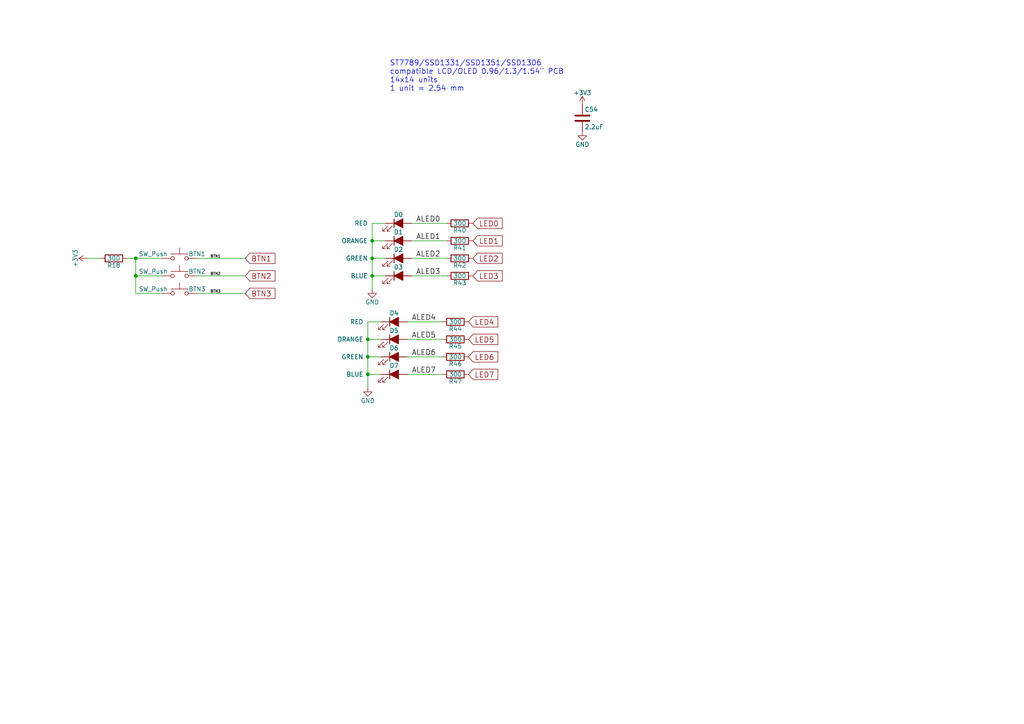
<source format=kicad_sch>
(kicad_sch (version 20231120) (generator "eeschema") (generator_version "8.0")
  (paper "A4")
  (title_block (title "ULX3S") (date "2024-08-20") (rev "0.0.4") (company "EMARD") (comment 1 "Buttons, LEDs, OLED display") (comment 2 "License: CERN-OHL-S v2"))
  (lib_symbols
    (symbol "Device:C" (pin_numbers hide) (pin_names (offset 0.254))
      (property "Reference" "C" (at 0.635 2.54 0))
      (property "Value" "C" (at 0.635 -2.54 0))
      (symbol "C_0_1"
        (polyline (pts (xy -2.032 -0.762) (xy 2.032 -0.762)) (stroke (width 0.508)))
        (polyline (pts (xy -2.032 0.762) (xy 2.032 0.762)) (stroke (width 0.508)))
      )
      (symbol "C_1_1"
        (pin passive line (at 0 3.81 270) (length 2.794) (name "~") (number "1"))
        (pin passive line (at 0 -3.81 90) (length 2.794) (name "~") (number "2"))
      )
    )
    (symbol "Device:R" (pin_numbers hide) (pin_names (offset 0))
      (property "Reference" "R" (at 2.032 0 90))
      (property "Value" "R" (at 0 0 90))
      (symbol "R_0_1"
        (rectangle (start -1.016 -2.54) (end 1.016 2.54) (stroke (width 0.254)))
      )
      (symbol "R_1_1"
        (pin passive line (at 0 3.81 270) (length 1.27) (name "~") (number "1"))
        (pin passive line (at 0 -3.81 90) (length 1.27) (name "~") (number "2"))
      )
    )
    (symbol "Switch:SW_Push" (pin_numbers hide) (pin_names (offset 1.016) hide)
      (property "Reference" "SW" (at 1.27 2.54 0))
      (property "Value" "SW_Push" (at 0 -1.524 0))
      (symbol "SW_Push_0_1"
        (circle (center -2.032 0) (radius 0.508))
        (polyline (pts (xy 0 1.27) (xy 0 3.048)))
        (polyline (pts (xy 2.54 1.27) (xy -2.54 1.27)))
        (circle (center 2.032 0) (radius 0.508))
        (pin passive line (at -5.08 0 0) (length 2.54) (name "1") (number "1"))
        (pin passive line (at 5.08 0 180) (length 2.54) (name "2") (number "2"))
      )
    )
    (symbol "ulx4m-rescue:+3V3-power" (power) (pin_names (offset 0))
      (property "Value" "power_+3V3" (at 0 3.556 0))
      (symbol "+3V3-power_0_1"
        (polyline (pts (xy -0.762 1.27) (xy 0 2.54)))
        (polyline (pts (xy 0 0) (xy 0 2.54)))
        (polyline (pts (xy 0 2.54) (xy 0.762 1.27)))
      )
      (symbol "+3V3-power_1_1"
        (pin power_in line (at 0 0 90) (length 0) hide (name "+3V3") (number "1"))
      )
    )
    (symbol "ulx4m-rescue:GND-power" (power) (pin_names (offset 0))
      (property "Value" "power_GND" (at 0 -3.81 0))
      (symbol "GND-power_0_1"
        (polyline (pts (xy 0 0) (xy 0 -1.27) (xy 1.27 -1.27) (xy 0 -2.54) (xy -1.27 -1.27) (xy 0 -1.27)))
      )
      (symbol "GND-power_1_1"
        (pin power_in line (at 0 0 270) (length 0) hide (name "GND") (number "1"))
      )
    )
    (symbol "ulx4m-rescue:LED_ALT-Device" (pin_numbers hide) (pin_names (offset 1.016) hide)
      (property "Reference" "D" (at 0 2.54 0))
      (property "Value" "Device_LED_ALT" (at 0 -2.54 0))
      (symbol "LED_ALT-Device_0_1"
        (polyline (pts (xy -1.27 -1.27) (xy -1.27 1.27)) (stroke (width 0.254)))
        (polyline (pts (xy -1.27 0) (xy 1.27 0)))
        (polyline (pts (xy 1.27 -1.27) (xy 1.27 1.27) (xy -1.27 0) (xy 1.27 -1.27)) (stroke (width 0.254)) (fill (type outline)))
        (polyline (pts (xy -3.048 -0.762) (xy -4.572 -2.286) (xy -3.81 -2.286) (xy -4.572 -2.286) (xy -4.572 -1.524)))
        (polyline (pts (xy -1.778 -0.762) (xy -3.302 -2.286) (xy -2.54 -2.286) (xy -3.302 -2.286) (xy -3.302 -1.524)))
      )
      (symbol "LED_ALT-Device_1_1"
        (pin passive line (at -3.81 0 0) (length 2.54) (name "K") (number "1"))
        (pin passive line (at 3.81 0 180) (length 2.54) (name "A") (number "2"))
      )
    )
  )
  (junction (at 106.68 98.425))
  (junction (at 107.95 74.93))
  (junction (at 39.37 74.93))
  (junction (at 39.37 80.01))
  (junction (at 106.68 108.585))
  (junction (at 107.95 80.01))
  (junction (at 107.95 69.85))
  (junction (at 106.68 103.505))
  (wire (pts (xy 36.83 74.93) (xy 39.37 74.93)))
  (wire (pts (xy 46.99 85.09) (xy 39.37 85.09)))
  (wire (pts (xy 39.37 74.93) (xy 46.99 74.93)))
  (wire (pts (xy 118.11 108.585) (xy 128.27 108.585)))
  (wire (pts (xy 107.95 64.77) (xy 107.95 69.85)))
  (wire (pts (xy 107.95 74.93) (xy 107.95 80.01)))
  (wire (pts (xy 118.11 93.345) (xy 128.27 93.345)))
  (wire (pts (xy 106.68 103.505) (xy 106.68 108.585)))
  (wire (pts (xy 107.95 80.01) (xy 107.95 83.82)))
  (wire (pts (xy 39.37 74.93) (xy 39.37 80.01)))
  (wire (pts (xy 107.95 69.85) (xy 107.95 74.93)))
  (wire (pts (xy 57.15 80.01) (xy 71.12 80.01)))
  (wire (pts (xy 25.4 74.93) (xy 29.21 74.93)))
  (wire (pts (xy 106.68 93.345) (xy 106.68 98.425)))
  (wire (pts (xy 57.15 85.09) (xy 71.12 85.09)))
  (wire (pts (xy 111.76 64.77) (xy 107.95 64.77)))
  (wire (pts (xy 110.49 108.585) (xy 106.68 108.585)))
  (wire (pts (xy 119.38 64.77) (xy 129.54 64.77)))
  (wire (pts (xy 39.37 85.09) (xy 39.37 80.01)))
  (wire (pts (xy 118.11 103.505) (xy 128.27 103.505)))
  (wire (pts (xy 111.76 69.85) (xy 107.95 69.85)))
  (wire (pts (xy 110.49 103.505) (xy 106.68 103.505)))
  (wire (pts (xy 119.38 74.93) (xy 129.54 74.93)))
  (wire (pts (xy 111.76 80.01) (xy 107.95 80.01)))
  (wire (pts (xy 111.76 74.93) (xy 107.95 74.93)))
  (wire (pts (xy 106.68 108.585) (xy 106.68 112.395)))
  (wire (pts (xy 119.38 80.01) (xy 129.54 80.01)))
  (wire (pts (xy 39.37 80.01) (xy 46.99 80.01)))
  (wire (pts (xy 106.68 98.425) (xy 106.68 103.505)))
  (wire (pts (xy 118.11 98.425) (xy 128.27 98.425)))
  (wire (pts (xy 110.49 98.425) (xy 106.68 98.425)))
  (wire (pts (xy 110.49 93.345) (xy 106.68 93.345)))
  (wire (pts (xy 57.15 74.93) (xy 71.12 74.93)))
  (wire (pts (xy 119.38 69.85) (xy 129.54 69.85)))
  (text "ST7789/SSD1331/SSD1351/SSD1306\ncompatible LCD/OLED 0.96/1.3/1.54\" PCB \n14x14 units\n1 unit = 2.54 mm" (at 113.03 26.67 0) (effects (font (size 1.524 1.524)) (justify left bottom)))
  (label "ALED2" (at 120.65 74.93 0) (effects (font (size 1.524 1.524))))
  (label "ALED5" (at 119.38 98.425 0) (effects (font (size 1.524 1.524))))
  (label "BTN2" (at 60.96 80.01 0) (effects (font (size 0.762 0.762))))
  (label "ALED1" (at 120.65 69.85 0) (effects (font (size 1.524 1.524))))
  (label "ALED3" (at 120.65 80.01 0) (effects (font (size 1.524 1.524))))
  (label "ALED4" (at 119.38 93.345 0) (effects (font (size 1.524 1.524))))
  (label "BTN1" (at 60.96 74.93 0) (effects (font (size 0.762 0.762))))
  (label "ALED7" (at 119.38 108.585 0) (effects (font (size 1.524 1.524))))
  (label "BTN3" (at 60.96 85.09 0) (effects (font (size 0.762 0.762))))
  (label "ALED6" (at 119.38 103.505 0) (effects (font (size 1.524 1.524))))
  (label "ALED0" (at 120.65 64.77 0) (effects (font (size 1.524 1.524))))
  (global_label "LED7" (shape input) (at 135.89 108.585 0) (effects (font (size 1.524 1.524))) (property "Intersheetrefs" "${INTERSHEET_REFS}" (effects (hide yes))))
  (global_label "BTN1" (shape input) (at 71.12 74.93 0) (effects (font (size 1.524 1.524))) (property "Intersheetrefs" "${INTERSHEET_REFS}" (effects (hide yes))))
  (global_label "LED3" (shape input) (at 137.16 80.01 0) (effects (font (size 1.524 1.524))) (property "Intersheetrefs" "${INTERSHEET_REFS}" (effects (hide yes))))
  (global_label "LED0" (shape input) (at 137.16 64.77 0) (effects (font (size 1.524 1.524))) (property "Intersheetrefs" "${INTERSHEET_REFS}" (effects (hide yes))))
  (global_label "LED2" (shape input) (at 137.16 74.93 0) (effects (font (size 1.524 1.524))) (property "Intersheetrefs" "${INTERSHEET_REFS}" (effects (hide yes))))
  (global_label "LED1" (shape input) (at 137.16 69.85 0) (effects (font (size 1.524 1.524))) (property "Intersheetrefs" "${INTERSHEET_REFS}" (effects (hide yes))))
  (global_label "LED5" (shape input) (at 135.89 98.425 0) (effects (font (size 1.524 1.524))) (property "Intersheetrefs" "${INTERSHEET_REFS}" (effects (hide yes))))
  (global_label "LED4" (shape input) (at 135.89 93.345 0) (effects (font (size 1.524 1.524))) (property "Intersheetrefs" "${INTERSHEET_REFS}" (effects (hide yes))))
  (global_label "LED6" (shape input) (at 135.89 103.505 0) (effects (font (size 1.524 1.524))) (property "Intersheetrefs" "${INTERSHEET_REFS}" (effects (hide yes))))
  (global_label "BTN2" (shape input) (at 71.12 80.01 0) (effects (font (size 1.524 1.524))) (property "Intersheetrefs" "${INTERSHEET_REFS}" (effects (hide yes))))
  (global_label "BTN3" (shape input) (at 71.12 85.09 0) (effects (font (size 1.524 1.524))) (property "Intersheetrefs" "${INTERSHEET_REFS}" (effects (hide yes))))
  (symbol (lib_id "ulx4m-rescue:GND-power") (at 107.95 83.82 0) (unit 1)
    (property "Reference" "#PWR083" (effects (hide yes)))
    (property "Value" "GND" (at 107.95 87.63 0))
  )
  (symbol (lib_id "Device:R") (at 133.35 64.77 270) (unit 1)
    (property "Reference" "R40" (at 133.35 66.802 90))
    (property "Value" "300" (at 133.35 64.77 90))
    (property "Footprint" "Resistor_SMD:R_0402_1005Metric" (effects (hide yes)))
  )
  (symbol (lib_id "Device:R") (at 133.35 69.85 270) (unit 1)
    (property "Reference" "R41" (at 133.35 71.882 90))
    (property "Value" "300" (at 133.35 69.85 90))
    (property "Footprint" "Resistor_SMD:R_0402_1005Metric" (effects (hide yes)))
  )
  (symbol (lib_id "Device:R") (at 133.35 74.93 270) (unit 1)
    (property "Reference" "R42" (at 133.35 76.962 90))
    (property "Value" "300" (at 133.35 74.93 90))
    (property "Footprint" "Resistor_SMD:R_0402_1005Metric" (effects (hide yes)))
  )
  (symbol (lib_id "Device:R") (at 133.35 80.01 270) (unit 1)
    (property "Reference" "R43" (at 133.35 82.042 90))
    (property "Value" "300" (at 133.35 80.01 90))
    (property "Footprint" "Resistor_SMD:R_0402_1005Metric" (effects (hide yes)))
  )
  (symbol (lib_id "ulx4m-rescue:LED_ALT-Device") (at 115.57 80.01 0) (unit 1)
    (property "Reference" "D3" (at 115.57 77.47 0))
    (property "Value" "BLUE" (at 106.68 80.01 0) (effects (justify right)))
    (property "Footprint" "LED_SMD:LED_0603_1608Metric" (effects (hide yes)))
    (property "Datasheet" "http://optoelectronics.liteon.com/upload/download/DS-22-99-0226/LTST-C170TBKT.pdf" (effects (hide yes)))
    (property "MNF1_URL" "www.liteon.com" (effects (hide yes)))
    (property "MPN" "LTST-C170TBKT" (effects (hide yes)))
    (property "Datasheet2" "http://optoelectronics.liteon.com/upload/download/ds22-2000-233/ltst-c171tbkt(0630).pdf" (effects (hide yes)))
    (property "MP_N2" "LTST-C171TBKT" (effects (hide yes)))
    (property "Datasheet3" "https://www.rohm.com/datasheet/SML-M13UT" (effects (hide yes)))
    (property "MP_N3" "SMLMN2BCTT86C" (effects (hide yes)))
    (property "Mouser" "859-LTST-C170TBKT" (effects (hide yes)))
    (property "Mouse_r1" "593-LSM0805463V" (effects (hide yes)))
    (property "Mouse_r2" "755-SMLMN2BCTT86C" (effects (hide yes)))
    (property "Mouse_r3" "859-LTST-C171TBKT" (effects (hide yes)))
    (property "Digikey" "160-1579-1-ND" (effects (hide yes)))
    (property "Newark" "94T2911" (effects (hide yes)))
    (property "Newar_k2" "19J8850" (effects (hide yes)))
    (property "LCSC" "C375453" (effects (hide yes)))
    (property "price300_LCSC" "0.02930$" (effects (hide yes)))
    (property "LowCost" "LTST-C170KRKT" (effects (hide yes)))
    (property "Koncar" "FV004" (effects (hide yes)))
    (property "Side" "T" (effects (hide yes)))
  )
  (symbol (lib_id "ulx4m-rescue:LED_ALT-Device") (at 115.57 74.93 0) (unit 1)
    (property "Reference" "D2" (at 115.57 72.39 0))
    (property "Value" "GREEN" (at 106.68 74.93 0) (effects (justify right)))
    (property "Footprint" "LED_SMD:LED_0603_1608Metric" (effects (hide yes)))
    (property "Datasheet" "http://optoelectronics.liteon.com/upload/download/DS22-2000-073/LTST-C170KGKT.pdf" (effects (hide yes)))
    (property "MNF1_URL" "www.liteon.com" (effects (hide yes)))
    (property "MPN" "LTST-C170TGKT" (effects (hide yes)))
    (property "Mouser" "859-LTST-C170TGKT" (effects (hide yes)))
    (property "Digikey" "160-1887-1-ND" (effects (hide yes)))
    (property "Newark" "75R0588" (effects (hide yes)))
    (property "LCSC" "C364562" (effects (hide yes)))
    (property "TME" "LTST-C170TGKT" (effects (hide yes)))
    (property "price300_TME" "0.0789$" (effects (hide yes)))
    (property "LowCost" "LTST-C170KRKT" (effects (hide yes)))
    (property "Koncar" "FV005" (effects (hide yes)))
    (property "Side" "T" (effects (hide yes)))
  )
  (symbol (lib_id "ulx4m-rescue:LED_ALT-Device") (at 115.57 64.77 0) (unit 1)
    (property "Reference" "D0" (at 115.57 62.23 0))
    (property "Value" "RED" (at 106.68 64.77 0) (effects (justify right)))
    (property "Footprint" "LED_SMD:LED_0603_1608Metric" (effects (hide yes)))
    (property "Datasheet" "https://optoelectronics.liteon.com/upload/download/DS-22-99-0150/LTST-C170KRKT.pdf" (effects (hide yes)))
    (property "MNF1_URL" "www.liteon.com" (effects (hide yes)))
    (property "MPN" "LTST-C170KRKT" (effects (hide yes)))
    (property "Mouser" "859-LTST-C170KRKT" (effects (hide yes)))
    (property "Mouse_r1" "859-LTST-C171KRKT" (effects (hide yes)))
    (property "Mouse_r2" "743-IN-S85ATR" (effects (hide yes)))
    (property "Mouse_r3" "645-598-8110-107F" (effects (hide yes)))
    (property "Digikey" "160-1415-1-ND" (effects (hide yes)))
    (property "Newark" "75R0581" (effects (hide yes)))
    (property "Newar_k2" "61AC0090" (effects (hide yes)))
    (property "LCSC" "C94868" (effects (hide yes)))
    (property "price400_LCSC" "0.0195$" (effects (hide yes)))
    (property "Koncar" "FV007" (effects (hide yes)))
    (property "Side" "TB" (effects (hide yes)))
  )
  (symbol (lib_id "ulx4m-rescue:LED_ALT-Device") (at 115.57 69.85 0) (unit 1)
    (property "Reference" "D1" (at 115.57 67.31 0))
    (property "Value" "ORANGE" (at 106.68 69.85 0) (effects (justify right)))
    (property "Footprint" "LED_SMD:LED_0603_1608Metric" (effects (hide yes)))
    (property "Datasheet" "https://optoelectronics.liteon.com/upload/download/DS-22-99-0185/LTST-C170KFKT.pdf" (effects (hide yes)))
    (property "MNF1_URL" "www.liteon.com" (effects (hide yes)))
    (property "MPN" "LTST-C170KFKT" (effects (hide yes)))
    (property "Mouser" "859-LTST-C170KFKT" (effects (hide yes)))
    (property "Mouse_r1" "859-LTST-C171KFKT" (effects (hide yes)))
    (property "Mouse_r3" "645-598-8130-107F" (effects (hide yes)))
    (property "Digikey" "160-1413-1-ND" (effects (hide yes)))
    (property "Newark" "75R0583" (effects (hide yes)))
    (property "Newar_k2" "61AC0088" (effects (hide yes)))
    (property "LCSC" "C284931" (effects (hide yes)))
    (property "price200_LCSC" "0.02075$" (effects (hide yes)))
    (property "LowCost" "LTST-C170KRKT" (effects (hide yes)))
    (property "Koncar" "FV006" (effects (hide yes)))
    (property "Side" "T" (effects (hide yes)))
  )
  (symbol (lib_id "Device:C") (at 168.91 34.29 0) (unit 1)
    (property "Reference" "C54" (at 169.545 31.75 0) (effects (justify left)))
    (property "Value" "2.2uF" (at 169.545 36.83 0) (effects (justify left)))
    (property "Footprint" "Capacitor_SMD:C_0603_1608Metric" (effects (hide yes)))
    (property "MNF1_URL" "www.yageo.com" (effects (hide yes)))
    (property "MPN" "CC0805MRX5R6BB225" (effects (hide yes)))
  )
  (symbol (lib_id "ulx4m-rescue:+3V3-power") (at 168.91 30.48 0) (unit 1)
    (property "Reference" "#PWR088" (effects (hide yes)))
    (property "Value" "+3V3" (at 168.91 26.924 0))
  )
  (symbol (lib_id "ulx4m-rescue:GND-power") (at 168.91 38.1 0) (unit 1)
    (property "Reference" "#PWR089" (effects (hide yes)))
    (property "Value" "GND" (at 168.91 41.91 0))
  )
  (symbol (lib_id "Switch:SW_Push") (at 52.07 74.93 0) (unit 1)
    (property "Reference" "BTN1" (at 57.15 73.66 0))
    (property "Value" "SW_Push" (at 44.45 73.66 0))
    (property "Footprint" "Switch_EVPAA:Switch_EVPAA" (effects (hide yes)))
    (property "Datasheet" "https://www.mouser.in/datasheet/2/315/PANA_S_A0001791376_1-2560543.pdf" (effects (hide yes)))
    (property "Mouser" "https://www.mouser.in/ProductDetail/Panasonic/EVP-AA302K?qs=qvwOHSmaRMmnf4H35tvzww==" (effects (hide yes)))
    (property "DigiKey" "https://www.digikey.com/en/products/detail/panasonic-electronic-components/EVP-AA302K/2810555" (effects (hide yes)))
  )
  (symbol (lib_id "Device:R") (at 33.02 74.93 270) (unit 1)
    (property "Reference" "R18" (at 33.02 76.962 90))
    (property "Value" "300" (at 33.02 74.93 90))
    (property "Footprint" "Resistor_SMD:R_0402_1005Metric" (effects (hide yes)))
  )
  (symbol (lib_id "ulx4m-rescue:+3V3-power") (at 25.4 74.93 90) (unit 1)
    (property "Reference" "#PWR0112" (effects (hide yes)))
    (property "Value" "+3V3" (at 21.844 74.93 0))
  )
  (symbol (lib_id "Switch:SW_Push") (at 52.07 80.01 0) (unit 1)
    (property "Reference" "BTN2" (at 57.15 78.74 0))
    (property "Value" "SW_Push" (at 44.45 78.74 0))
    (property "Footprint" "Switch_EVPAA:Switch_EVPAA" (effects (hide yes)))
    (property "Datasheet" "https://www.mouser.in/datasheet/2/315/PANA_S_A0001791376_1-2560543.pdf" (effects (hide yes)))
    (property "Mouser" "https://www.mouser.in/ProductDetail/Panasonic/EVP-AA302K?qs=qvwOHSmaRMmnf4H35tvzww==" (effects (hide yes)))
    (property "DigiKey" "https://www.digikey.com/en/products/detail/panasonic-electronic-components/EVP-AA302K/2810555" (effects (hide yes)))
  )
  (symbol (lib_id "Device:R") (at 132.08 93.345 270) (unit 1)
    (property "Reference" "R44" (at 132.08 95.377 90))
    (property "Value" "300" (at 132.08 93.345 90))
    (property "Footprint" "Resistor_SMD:R_0402_1005Metric" (effects (hide yes)))
  )
  (symbol (lib_id "Device:R") (at 132.08 98.425 270) (unit 1)
    (property "Reference" "R45" (at 132.08 100.457 90))
    (property "Value" "300" (at 132.08 98.425 90))
    (property "Footprint" "Resistor_SMD:R_0402_1005Metric" (effects (hide yes)))
  )
  (symbol (lib_id "Device:R") (at 132.08 103.505 270) (unit 1)
    (property "Reference" "R46" (at 132.08 105.537 90))
    (property "Value" "300" (at 132.08 103.505 90))
    (property "Footprint" "Resistor_SMD:R_0402_1005Metric" (effects (hide yes)))
  )
  (symbol (lib_id "Device:R") (at 132.08 108.585 270) (unit 1)
    (property "Reference" "R47" (at 132.08 110.617 90))
    (property "Value" "300" (at 132.08 108.585 90))
    (property "Footprint" "Resistor_SMD:R_0402_1005Metric" (effects (hide yes)))
  )
  (symbol (lib_id "ulx4m-rescue:LED_ALT-Device") (at 114.3 108.585 0) (unit 1)
    (property "Reference" "D7" (at 114.3 106.045 0))
    (property "Value" "BLUE" (at 105.41 108.585 0) (effects (justify right)))
    (property "Footprint" "LED_SMD:LED_0603_1608Metric" (effects (hide yes)))
    (property "Datasheet" "http://optoelectronics.liteon.com/upload/download/DS-22-99-0226/LTST-C170TBKT.pdf" (effects (hide yes)))
    (property "MNF1_URL" "www.liteon.com" (effects (hide yes)))
    (property "MPN" "LTST-C170TBKT" (effects (hide yes)))
    (property "Datasheet2" "http://optoelectronics.liteon.com/upload/download/ds22-2000-233/ltst-c171tbkt(0630).pdf" (effects (hide yes)))
    (property "MP_N2" "LTST-C171TBKT" (effects (hide yes)))
    (property "Datasheet3" "https://www.rohm.com/datasheet/SML-M13UT" (effects (hide yes)))
    (property "MP_N3" "SMLMN2BCTT86C" (effects (hide yes)))
    (property "Mouser" "859-LTST-C170TBKT" (effects (hide yes)))
    (property "Mouse_r1" "593-LSM0805463V" (effects (hide yes)))
    (property "Mouse_r2" "755-SMLMN2BCTT86C" (effects (hide yes)))
    (property "Mouse_r3" "859-LTST-C171TBKT" (effects (hide yes)))
    (property "Digikey" "160-1579-1-ND" (effects (hide yes)))
    (property "Newark" "94T2911" (effects (hide yes)))
    (property "Newar_k2" "19J8850" (effects (hide yes)))
    (property "LCSC" "C375453" (effects (hide yes)))
    (property "price300_LCSC" "0.02930$" (effects (hide yes)))
    (property "LowCost" "LTST-C170KRKT" (effects (hide yes)))
    (property "Koncar" "FV004" (effects (hide yes)))
    (property "Side" "T" (effects (hide yes)))
  )
  (symbol (lib_id "ulx4m-rescue:LED_ALT-Device") (at 114.3 103.505 0) (unit 1)
    (property "Reference" "D6" (at 114.3 100.965 0))
    (property "Value" "GREEN" (at 105.41 103.505 0) (effects (justify right)))
    (property "Footprint" "LED_SMD:LED_0603_1608Metric" (effects (hide yes)))
    (property "Datasheet" "http://optoelectronics.liteon.com/upload/download/DS22-2000-073/LTST-C170KGKT.pdf" (effects (hide yes)))
    (property "MNF1_URL" "www.liteon.com" (effects (hide yes)))
    (property "MPN" "LTST-C170TGKT" (effects (hide yes)))
    (property "Mouser" "859-LTST-C170TGKT" (effects (hide yes)))
    (property "Digikey" "160-1887-1-ND" (effects (hide yes)))
    (property "Newark" "75R0588" (effects (hide yes)))
    (property "LCSC" "C364562" (effects (hide yes)))
    (property "TME" "LTST-C170TGKT" (effects (hide yes)))
    (property "price300_TME" "0.0789$" (effects (hide yes)))
    (property "LowCost" "LTST-C170KRKT" (effects (hide yes)))
    (property "Koncar" "FV005" (effects (hide yes)))
    (property "Side" "T" (effects (hide yes)))
  )
  (symbol (lib_id "ulx4m-rescue:LED_ALT-Device") (at 114.3 93.345 0) (unit 1)
    (property "Reference" "D4" (at 114.3 90.805 0))
    (property "Value" "RED" (at 105.41 93.345 0) (effects (justify right)))
    (property "Footprint" "LED_SMD:LED_0603_1608Metric" (effects (hide yes)))
    (property "Datasheet" "https://optoelectronics.liteon.com/upload/download/DS-22-99-0150/LTST-C170KRKT.pdf" (effects (hide yes)))
    (property "MNF1_URL" "www.liteon.com" (effects (hide yes)))
    (property "MPN" "LTST-C170KRKT" (effects (hide yes)))
    (property "Mouser" "859-LTST-C170KRKT" (effects (hide yes)))
    (property "Mouse_r1" "859-LTST-C171KRKT" (effects (hide yes)))
    (property "Mouse_r2" "743-IN-S85ATR" (effects (hide yes)))
    (property "Mouse_r3" "645-598-8110-107F" (effects (hide yes)))
    (property "Digikey" "160-1415-1-ND" (effects (hide yes)))
    (property "Newark" "75R0581" (effects (hide yes)))
    (property "Newar_k2" "61AC0090" (effects (hide yes)))
    (property "LCSC" "C94868" (effects (hide yes)))
    (property "price400_LCSC" "0.0195$" (effects (hide yes)))
    (property "Koncar" "FV007" (effects (hide yes)))
    (property "Side" "TB" (effects (hide yes)))
  )
  (symbol (lib_id "ulx4m-rescue:LED_ALT-Device") (at 114.3 98.425 0) (unit 1)
    (property "Reference" "D5" (at 114.3 95.885 0))
    (property "Value" "ORANGE" (at 105.41 98.425 0) (effects (justify right)))
    (property "Footprint" "LED_SMD:LED_0603_1608Metric" (effects (hide yes)))
    (property "Datasheet" "https://optoelectronics.liteon.com/upload/download/DS-22-99-0185/LTST-C170KFKT.pdf" (effects (hide yes)))
    (property "MNF1_URL" "www.liteon.com" (effects (hide yes)))
    (property "MPN" "LTST-C170KFKT" (effects (hide yes)))
    (property "Mouser" "859-LTST-C170KFKT" (effects (hide yes)))
    (property "Mouse_r1" "859-LTST-C171KFKT" (effects (hide yes)))
    (property "Mouse_r3" "645-598-8130-107F" (effects (hide yes)))
    (property "Digikey" "160-1413-1-ND" (effects (hide yes)))
    (property "Newark" "75R0583" (effects (hide yes)))
    (property "Newar_k2" "61AC0088" (effects (hide yes)))
    (property "LCSC" "C284931" (effects (hide yes)))
    (property "price200_LCSC" "0.02075$" (effects (hide yes)))
    (property "LowCost" "LTST-C170KRKT" (effects (hide yes)))
    (property "Koncar" "FV006" (effects (hide yes)))
    (property "Side" "T" (effects (hide yes)))
  )
  (symbol (lib_id "ulx4m-rescue:GND-power") (at 106.68 112.395 0) (unit 1)
    (property "Reference" "#PWR019" (effects (hide yes)))
    (property "Value" "GND" (at 106.68 116.205 0))
  )
  (symbol (lib_id "Switch:SW_Push") (at 52.07 85.09 0) (unit 1)
    (property "Reference" "BTN3" (at 57.15 83.82 0))
    (property "Value" "SW_Push" (at 44.45 83.82 0))
    (property "Footprint" "Switch_EVPAA:Switch_EVPAA" (effects (hide yes)))
    (property "Datasheet" "https://www.mouser.in/datasheet/2/315/PANA_S_A0001791376_1-2560543.pdf" (effects (hide yes)))
    (property "Mouser" "https://www.mouser.in/ProductDetail/Panasonic/EVP-AA302K?qs=qvwOHSmaRMmnf4H35tvzww==" (effects (hide yes)))
    (property "DigiKey" "https://www.digikey.com/en/products/detail/panasonic-electronic-components/EVP-AA302K/2810555" (effects (hide yes)))
  )
)
</source>
